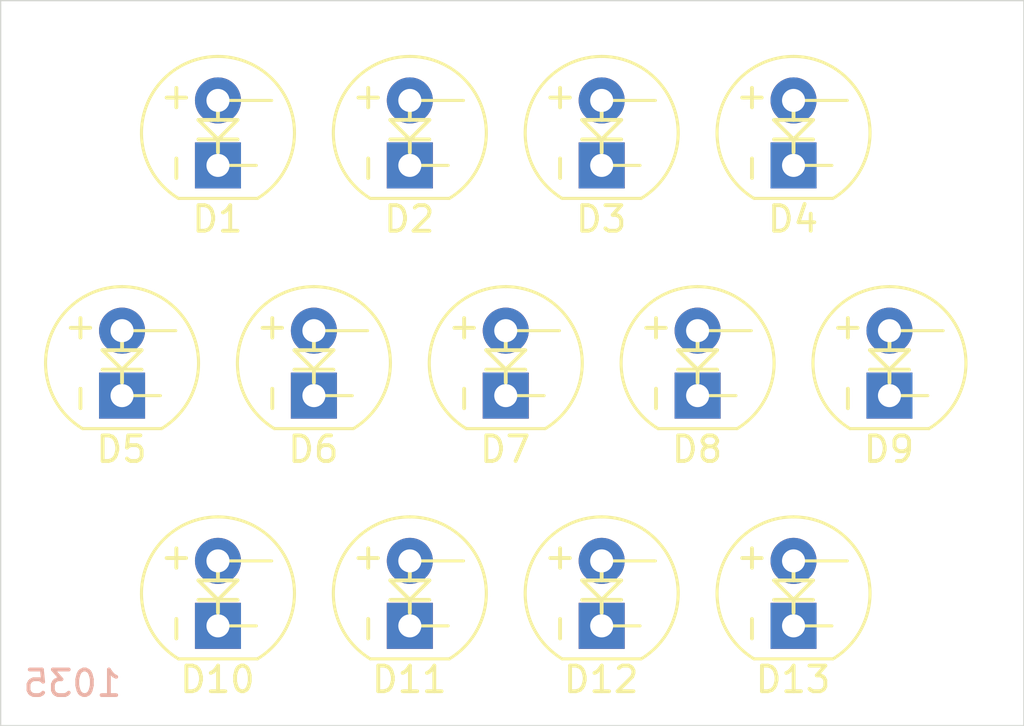
<source format=kicad_pcb>
(kicad_pcb (version 20171130) (host pcbnew "(5.1.5)-3")

  (general
    (thickness 1.6)
    (drawings 5)
    (tracks 0)
    (zones 0)
    (modules 13)
    (nets 27)
  )

  (page A4)
  (layers
    (0 F.Cu signal)
    (31 B.Cu signal)
    (32 B.Adhes user)
    (33 F.Adhes user)
    (34 B.Paste user)
    (35 F.Paste user)
    (36 B.SilkS user)
    (37 F.SilkS user)
    (38 B.Mask user)
    (39 F.Mask user)
    (40 Dwgs.User user)
    (41 Cmts.User user)
    (42 Eco1.User user)
    (43 Eco2.User user)
    (44 Edge.Cuts user)
    (45 Margin user)
    (46 B.CrtYd user)
    (47 F.CrtYd user)
    (48 B.Fab user)
    (49 F.Fab user)
  )

  (setup
    (last_trace_width 0.25)
    (trace_clearance 0.2)
    (zone_clearance 0.508)
    (zone_45_only no)
    (trace_min 0.2)
    (via_size 0.8)
    (via_drill 0.4)
    (via_min_size 0.4)
    (via_min_drill 0.3)
    (uvia_size 0.3)
    (uvia_drill 0.1)
    (uvias_allowed no)
    (uvia_min_size 0.2)
    (uvia_min_drill 0.1)
    (edge_width 0.05)
    (segment_width 0.2)
    (pcb_text_width 0.3)
    (pcb_text_size 1.5 1.5)
    (mod_edge_width 0.12)
    (mod_text_size 1 1)
    (mod_text_width 0.15)
    (pad_size 1.524 1.524)
    (pad_drill 0.762)
    (pad_to_mask_clearance 0.051)
    (solder_mask_min_width 0.25)
    (aux_axis_origin 0 0)
    (visible_elements 7FFFFFFF)
    (pcbplotparams
      (layerselection 0x010fc_ffffffff)
      (usegerberextensions false)
      (usegerberattributes false)
      (usegerberadvancedattributes false)
      (creategerberjobfile false)
      (excludeedgelayer true)
      (linewidth 0.100000)
      (plotframeref false)
      (viasonmask false)
      (mode 1)
      (useauxorigin false)
      (hpglpennumber 1)
      (hpglpenspeed 20)
      (hpglpendiameter 15.000000)
      (psnegative false)
      (psa4output false)
      (plotreference true)
      (plotvalue true)
      (plotinvisibletext false)
      (padsonsilk false)
      (subtractmaskfromsilk false)
      (outputformat 1)
      (mirror false)
      (drillshape 1)
      (scaleselection 1)
      (outputdirectory ""))
  )

  (net 0 "")
  (net 1 "Net-(D1-Pad1)")
  (net 2 "Net-(D1-Pad2)")
  (net 3 "Net-(D2-Pad1)")
  (net 4 "Net-(D2-Pad2)")
  (net 5 "Net-(D3-Pad2)")
  (net 6 "Net-(D3-Pad1)")
  (net 7 "Net-(D4-Pad2)")
  (net 8 "Net-(D4-Pad1)")
  (net 9 "Net-(D5-Pad2)")
  (net 10 "Net-(D5-Pad1)")
  (net 11 "Net-(D6-Pad1)")
  (net 12 "Net-(D6-Pad2)")
  (net 13 "Net-(D7-Pad1)")
  (net 14 "Net-(D7-Pad2)")
  (net 15 "Net-(D8-Pad1)")
  (net 16 "Net-(D8-Pad2)")
  (net 17 "Net-(D9-Pad2)")
  (net 18 "Net-(D9-Pad1)")
  (net 19 "Net-(D10-Pad2)")
  (net 20 "Net-(D10-Pad1)")
  (net 21 "Net-(D11-Pad2)")
  (net 22 "Net-(D11-Pad1)")
  (net 23 "Net-(D12-Pad1)")
  (net 24 "Net-(D12-Pad2)")
  (net 25 "Net-(D13-Pad1)")
  (net 26 "Net-(D13-Pad2)")

  (net_class Default "This is the default net class."
    (clearance 0.2)
    (trace_width 0.25)
    (via_dia 0.8)
    (via_drill 0.4)
    (uvia_dia 0.3)
    (uvia_drill 0.1)
    (add_net "Net-(D1-Pad1)")
    (add_net "Net-(D1-Pad2)")
    (add_net "Net-(D10-Pad1)")
    (add_net "Net-(D10-Pad2)")
    (add_net "Net-(D11-Pad1)")
    (add_net "Net-(D11-Pad2)")
    (add_net "Net-(D12-Pad1)")
    (add_net "Net-(D12-Pad2)")
    (add_net "Net-(D13-Pad1)")
    (add_net "Net-(D13-Pad2)")
    (add_net "Net-(D2-Pad1)")
    (add_net "Net-(D2-Pad2)")
    (add_net "Net-(D3-Pad1)")
    (add_net "Net-(D3-Pad2)")
    (add_net "Net-(D4-Pad1)")
    (add_net "Net-(D4-Pad2)")
    (add_net "Net-(D5-Pad1)")
    (add_net "Net-(D5-Pad2)")
    (add_net "Net-(D6-Pad1)")
    (add_net "Net-(D6-Pad2)")
    (add_net "Net-(D7-Pad1)")
    (add_net "Net-(D7-Pad2)")
    (add_net "Net-(D8-Pad1)")
    (add_net "Net-(D8-Pad2)")
    (add_net "Net-(D9-Pad1)")
    (add_net "Net-(D9-Pad2)")
  )

  (module "CCC-Schematic-Footprints:Schematic - LED 5mm(2.56P) 003" (layer F.Cu) (tedit 5D4CC2AF) (tstamp 5EAFD2AC)
    (at 88.75 91)
    (descr "LED, diameter 5.0mm, 2 pins, http://cdn-reichelt.de/documents/datenblatt/A500/LL-504BC2E-009.pdf")
    (tags "LED diameter 5.0mm 2 pins")
    (path /5EB0CD1C)
    (fp_text reference D1 (at -0.274 3.37 180) (layer F.SilkS)
      (effects (font (size 1 1) (thickness 0.15)))
    )
    (fp_text value LED (at 3.746 0 90) (layer F.Fab)
      (effects (font (size 1 1) (thickness 0.15)))
    )
    (fp_line (start -0.254 -0.508) (end -0.254 -1.016) (layer F.SilkS) (width 0.15))
    (fp_line (start -0.254 0.254) (end -0.254 0.762) (layer F.SilkS) (width 0.15))
    (fp_line (start -1.016 0.254) (end 0.508 0.254) (layer F.SilkS) (width 0.15))
    (fp_line (start -0.254 0.254) (end -1.016 -0.508) (layer F.SilkS) (width 0.15))
    (fp_line (start 0.508 -0.508) (end -0.254 0.254) (layer F.SilkS) (width 0.15))
    (fp_line (start -1.016 -0.508) (end 0.508 -0.508) (layer F.SilkS) (width 0.15))
    (fp_arc (start -0.254 0) (end -1.723694 2.5) (angle 299.1) (layer F.Fab) (width 0.1))
    (fp_arc (start -0.254 0) (end -1.79883 2.56) (angle 148.9) (layer F.SilkS) (width 0.12))
    (fp_arc (start -0.254 0) (end 1.29083 2.56) (angle -148.9) (layer F.SilkS) (width 0.12))
    (fp_line (start -1.723694 2.5) (end 1.215694 2.5) (layer F.Fab) (width 0.1))
    (fp_line (start -1.799 2.56) (end 1.291 2.56) (layer F.SilkS) (width 0.12))
    (fp_line (start -3.504 3.22) (end 2.996 3.22) (layer F.CrtYd) (width 0.05))
    (fp_line (start 2.996 3.22) (end 2.996 -3.23) (layer F.CrtYd) (width 0.05))
    (fp_line (start 2.996 -3.23) (end -3.504 -3.23) (layer F.CrtYd) (width 0.05))
    (fp_line (start -3.504 -3.23) (end -3.504 3.22) (layer F.CrtYd) (width 0.05))
    (fp_text user %R (at -0.254 0.02 90) (layer F.Fab)
      (effects (font (size 0.8 0.8) (thickness 0.2)))
    )
    (fp_text user "-  +" (at -1.954 0 90) (layer F.SilkS)
      (effects (font (size 1 1) (thickness 0.15)))
    )
    (fp_line (start -0.254 -1.27) (end 1.846 -1.27) (layer F.SilkS) (width 0.12))
    (fp_line (start -0.254 1.27) (end 1.246 1.27) (layer F.SilkS) (width 0.12))
    (pad 1 thru_hole rect (at -0.254 1.27 90) (size 1.8 1.8) (drill 0.9) (layers *.Cu *.Mask)
      (net 1 "Net-(D1-Pad1)"))
    (pad 2 thru_hole circle (at -0.254 -1.27 90) (size 1.8 1.8) (drill 0.9) (layers *.Cu *.Mask)
      (net 2 "Net-(D1-Pad2)"))
    (model ${KISYS3DMOD}/LED_THT.3dshapes/LED_D5.0mm.wrl
      (at (xyz 0 0 0))
      (scale (xyz 1 1 1))
      (rotate (xyz 0 0 0))
    )
  )

  (module "CCC-Schematic-Footprints:Schematic - LED 5mm(2.56P) 003" (layer F.Cu) (tedit 5D4CC2AF) (tstamp 5EAFE203)
    (at 96.25 91)
    (descr "LED, diameter 5.0mm, 2 pins, http://cdn-reichelt.de/documents/datenblatt/A500/LL-504BC2E-009.pdf")
    (tags "LED diameter 5.0mm 2 pins")
    (path /5EB0A2B4)
    (fp_text reference D2 (at -0.274 3.37 180) (layer F.SilkS)
      (effects (font (size 1 1) (thickness 0.15)))
    )
    (fp_text value LED (at 3.746 0 90) (layer F.Fab)
      (effects (font (size 1 1) (thickness 0.15)))
    )
    (fp_line (start -0.254 -0.508) (end -0.254 -1.016) (layer F.SilkS) (width 0.15))
    (fp_line (start -0.254 0.254) (end -0.254 0.762) (layer F.SilkS) (width 0.15))
    (fp_line (start -1.016 0.254) (end 0.508 0.254) (layer F.SilkS) (width 0.15))
    (fp_line (start -0.254 0.254) (end -1.016 -0.508) (layer F.SilkS) (width 0.15))
    (fp_line (start 0.508 -0.508) (end -0.254 0.254) (layer F.SilkS) (width 0.15))
    (fp_line (start -1.016 -0.508) (end 0.508 -0.508) (layer F.SilkS) (width 0.15))
    (fp_arc (start -0.254 0) (end -1.723694 2.5) (angle 299.1) (layer F.Fab) (width 0.1))
    (fp_arc (start -0.254 0) (end -1.79883 2.56) (angle 148.9) (layer F.SilkS) (width 0.12))
    (fp_arc (start -0.254 0) (end 1.29083 2.56) (angle -148.9) (layer F.SilkS) (width 0.12))
    (fp_line (start -1.723694 2.5) (end 1.215694 2.5) (layer F.Fab) (width 0.1))
    (fp_line (start -1.799 2.56) (end 1.291 2.56) (layer F.SilkS) (width 0.12))
    (fp_line (start -3.504 3.22) (end 2.996 3.22) (layer F.CrtYd) (width 0.05))
    (fp_line (start 2.996 3.22) (end 2.996 -3.23) (layer F.CrtYd) (width 0.05))
    (fp_line (start 2.996 -3.23) (end -3.504 -3.23) (layer F.CrtYd) (width 0.05))
    (fp_line (start -3.504 -3.23) (end -3.504 3.22) (layer F.CrtYd) (width 0.05))
    (fp_text user %R (at -0.254 0.02 90) (layer F.Fab)
      (effects (font (size 0.8 0.8) (thickness 0.2)))
    )
    (fp_text user "-  +" (at -1.954 0 90) (layer F.SilkS)
      (effects (font (size 1 1) (thickness 0.15)))
    )
    (fp_line (start -0.254 -1.27) (end 1.846 -1.27) (layer F.SilkS) (width 0.12))
    (fp_line (start -0.254 1.27) (end 1.246 1.27) (layer F.SilkS) (width 0.12))
    (pad 1 thru_hole rect (at -0.254 1.27 90) (size 1.8 1.8) (drill 0.9) (layers *.Cu *.Mask)
      (net 3 "Net-(D2-Pad1)"))
    (pad 2 thru_hole circle (at -0.254 -1.27 90) (size 1.8 1.8) (drill 0.9) (layers *.Cu *.Mask)
      (net 4 "Net-(D2-Pad2)"))
    (model ${KISYS3DMOD}/LED_THT.3dshapes/LED_D5.0mm.wrl
      (at (xyz 0 0 0))
      (scale (xyz 1 1 1))
      (rotate (xyz 0 0 0))
    )
  )

  (module "CCC-Schematic-Footprints:Schematic - LED 5mm(2.56P) 003" (layer F.Cu) (tedit 5D4CC2AF) (tstamp 5EAFD2DE)
    (at 103.75 91)
    (descr "LED, diameter 5.0mm, 2 pins, http://cdn-reichelt.de/documents/datenblatt/A500/LL-504BC2E-009.pdf")
    (tags "LED diameter 5.0mm 2 pins")
    (path /5EB13AAC)
    (fp_text reference D3 (at -0.274 3.37 180) (layer F.SilkS)
      (effects (font (size 1 1) (thickness 0.15)))
    )
    (fp_text value LED (at 3.746 0 90) (layer F.Fab)
      (effects (font (size 1 1) (thickness 0.15)))
    )
    (fp_line (start -0.254 1.27) (end 1.246 1.27) (layer F.SilkS) (width 0.12))
    (fp_line (start -0.254 -1.27) (end 1.846 -1.27) (layer F.SilkS) (width 0.12))
    (fp_text user "-  +" (at -1.954 0 90) (layer F.SilkS)
      (effects (font (size 1 1) (thickness 0.15)))
    )
    (fp_text user %R (at -0.254 0.02 90) (layer F.Fab)
      (effects (font (size 0.8 0.8) (thickness 0.2)))
    )
    (fp_line (start -3.504 -3.23) (end -3.504 3.22) (layer F.CrtYd) (width 0.05))
    (fp_line (start 2.996 -3.23) (end -3.504 -3.23) (layer F.CrtYd) (width 0.05))
    (fp_line (start 2.996 3.22) (end 2.996 -3.23) (layer F.CrtYd) (width 0.05))
    (fp_line (start -3.504 3.22) (end 2.996 3.22) (layer F.CrtYd) (width 0.05))
    (fp_line (start -1.799 2.56) (end 1.291 2.56) (layer F.SilkS) (width 0.12))
    (fp_line (start -1.723694 2.5) (end 1.215694 2.5) (layer F.Fab) (width 0.1))
    (fp_arc (start -0.254 0) (end 1.29083 2.56) (angle -148.9) (layer F.SilkS) (width 0.12))
    (fp_arc (start -0.254 0) (end -1.79883 2.56) (angle 148.9) (layer F.SilkS) (width 0.12))
    (fp_arc (start -0.254 0) (end -1.723694 2.5) (angle 299.1) (layer F.Fab) (width 0.1))
    (fp_line (start -1.016 -0.508) (end 0.508 -0.508) (layer F.SilkS) (width 0.15))
    (fp_line (start 0.508 -0.508) (end -0.254 0.254) (layer F.SilkS) (width 0.15))
    (fp_line (start -0.254 0.254) (end -1.016 -0.508) (layer F.SilkS) (width 0.15))
    (fp_line (start -1.016 0.254) (end 0.508 0.254) (layer F.SilkS) (width 0.15))
    (fp_line (start -0.254 0.254) (end -0.254 0.762) (layer F.SilkS) (width 0.15))
    (fp_line (start -0.254 -0.508) (end -0.254 -1.016) (layer F.SilkS) (width 0.15))
    (pad 2 thru_hole circle (at -0.254 -1.27 90) (size 1.8 1.8) (drill 0.9) (layers *.Cu *.Mask)
      (net 5 "Net-(D3-Pad2)"))
    (pad 1 thru_hole rect (at -0.254 1.27 90) (size 1.8 1.8) (drill 0.9) (layers *.Cu *.Mask)
      (net 6 "Net-(D3-Pad1)"))
    (model ${KISYS3DMOD}/LED_THT.3dshapes/LED_D5.0mm.wrl
      (at (xyz 0 0 0))
      (scale (xyz 1 1 1))
      (rotate (xyz 0 0 0))
    )
  )

  (module "CCC-Schematic-Footprints:Schematic - LED 5mm(2.56P) 003" (layer F.Cu) (tedit 5D4CC2AF) (tstamp 5EAFD2F7)
    (at 111.25 91)
    (descr "LED, diameter 5.0mm, 2 pins, http://cdn-reichelt.de/documents/datenblatt/A500/LL-504BC2E-009.pdf")
    (tags "LED diameter 5.0mm 2 pins")
    (path /5EB11ABE)
    (fp_text reference D4 (at -0.274 3.37 180) (layer F.SilkS)
      (effects (font (size 1 1) (thickness 0.15)))
    )
    (fp_text value LED (at 3.746 0 90) (layer F.Fab)
      (effects (font (size 1 1) (thickness 0.15)))
    )
    (fp_line (start -0.254 1.27) (end 1.246 1.27) (layer F.SilkS) (width 0.12))
    (fp_line (start -0.254 -1.27) (end 1.846 -1.27) (layer F.SilkS) (width 0.12))
    (fp_text user "-  +" (at -1.954 0 90) (layer F.SilkS)
      (effects (font (size 1 1) (thickness 0.15)))
    )
    (fp_text user %R (at -0.254 0.02 90) (layer F.Fab)
      (effects (font (size 0.8 0.8) (thickness 0.2)))
    )
    (fp_line (start -3.504 -3.23) (end -3.504 3.22) (layer F.CrtYd) (width 0.05))
    (fp_line (start 2.996 -3.23) (end -3.504 -3.23) (layer F.CrtYd) (width 0.05))
    (fp_line (start 2.996 3.22) (end 2.996 -3.23) (layer F.CrtYd) (width 0.05))
    (fp_line (start -3.504 3.22) (end 2.996 3.22) (layer F.CrtYd) (width 0.05))
    (fp_line (start -1.799 2.56) (end 1.291 2.56) (layer F.SilkS) (width 0.12))
    (fp_line (start -1.723694 2.5) (end 1.215694 2.5) (layer F.Fab) (width 0.1))
    (fp_arc (start -0.254 0) (end 1.29083 2.56) (angle -148.9) (layer F.SilkS) (width 0.12))
    (fp_arc (start -0.254 0) (end -1.79883 2.56) (angle 148.9) (layer F.SilkS) (width 0.12))
    (fp_arc (start -0.254 0) (end -1.723694 2.5) (angle 299.1) (layer F.Fab) (width 0.1))
    (fp_line (start -1.016 -0.508) (end 0.508 -0.508) (layer F.SilkS) (width 0.15))
    (fp_line (start 0.508 -0.508) (end -0.254 0.254) (layer F.SilkS) (width 0.15))
    (fp_line (start -0.254 0.254) (end -1.016 -0.508) (layer F.SilkS) (width 0.15))
    (fp_line (start -1.016 0.254) (end 0.508 0.254) (layer F.SilkS) (width 0.15))
    (fp_line (start -0.254 0.254) (end -0.254 0.762) (layer F.SilkS) (width 0.15))
    (fp_line (start -0.254 -0.508) (end -0.254 -1.016) (layer F.SilkS) (width 0.15))
    (pad 2 thru_hole circle (at -0.254 -1.27 90) (size 1.8 1.8) (drill 0.9) (layers *.Cu *.Mask)
      (net 7 "Net-(D4-Pad2)"))
    (pad 1 thru_hole rect (at -0.254 1.27 90) (size 1.8 1.8) (drill 0.9) (layers *.Cu *.Mask)
      (net 8 "Net-(D4-Pad1)"))
    (model ${KISYS3DMOD}/LED_THT.3dshapes/LED_D5.0mm.wrl
      (at (xyz 0 0 0))
      (scale (xyz 1 1 1))
      (rotate (xyz 0 0 0))
    )
  )

  (module "CCC-Schematic-Footprints:Schematic - LED 5mm(2.56P) 003" (layer F.Cu) (tedit 5D4CC2AF) (tstamp 5EAFDF14)
    (at 85 100)
    (descr "LED, diameter 5.0mm, 2 pins, http://cdn-reichelt.de/documents/datenblatt/A500/LL-504BC2E-009.pdf")
    (tags "LED diameter 5.0mm 2 pins")
    (path /5EB0C6CC)
    (fp_text reference D5 (at -0.274 3.37 180) (layer F.SilkS)
      (effects (font (size 1 1) (thickness 0.15)))
    )
    (fp_text value LED (at 3.746 0 90) (layer F.Fab)
      (effects (font (size 1 1) (thickness 0.15)))
    )
    (fp_line (start -0.254 1.27) (end 1.246 1.27) (layer F.SilkS) (width 0.12))
    (fp_line (start -0.254 -1.27) (end 1.846 -1.27) (layer F.SilkS) (width 0.12))
    (fp_text user "-  +" (at -1.954 0 90) (layer F.SilkS)
      (effects (font (size 1 1) (thickness 0.15)))
    )
    (fp_text user %R (at -0.254 0.02 90) (layer F.Fab)
      (effects (font (size 0.8 0.8) (thickness 0.2)))
    )
    (fp_line (start -3.504 -3.23) (end -3.504 3.22) (layer F.CrtYd) (width 0.05))
    (fp_line (start 2.996 -3.23) (end -3.504 -3.23) (layer F.CrtYd) (width 0.05))
    (fp_line (start 2.996 3.22) (end 2.996 -3.23) (layer F.CrtYd) (width 0.05))
    (fp_line (start -3.504 3.22) (end 2.996 3.22) (layer F.CrtYd) (width 0.05))
    (fp_line (start -1.799 2.56) (end 1.291 2.56) (layer F.SilkS) (width 0.12))
    (fp_line (start -1.723694 2.5) (end 1.215694 2.5) (layer F.Fab) (width 0.1))
    (fp_arc (start -0.254 0) (end 1.29083 2.56) (angle -148.9) (layer F.SilkS) (width 0.12))
    (fp_arc (start -0.254 0) (end -1.79883 2.56) (angle 148.9) (layer F.SilkS) (width 0.12))
    (fp_arc (start -0.254 0) (end -1.723694 2.5) (angle 299.1) (layer F.Fab) (width 0.1))
    (fp_line (start -1.016 -0.508) (end 0.508 -0.508) (layer F.SilkS) (width 0.15))
    (fp_line (start 0.508 -0.508) (end -0.254 0.254) (layer F.SilkS) (width 0.15))
    (fp_line (start -0.254 0.254) (end -1.016 -0.508) (layer F.SilkS) (width 0.15))
    (fp_line (start -1.016 0.254) (end 0.508 0.254) (layer F.SilkS) (width 0.15))
    (fp_line (start -0.254 0.254) (end -0.254 0.762) (layer F.SilkS) (width 0.15))
    (fp_line (start -0.254 -0.508) (end -0.254 -1.016) (layer F.SilkS) (width 0.15))
    (pad 2 thru_hole circle (at -0.254 -1.27 90) (size 1.8 1.8) (drill 0.9) (layers *.Cu *.Mask)
      (net 9 "Net-(D5-Pad2)"))
    (pad 1 thru_hole rect (at -0.254 1.27 90) (size 1.8 1.8) (drill 0.9) (layers *.Cu *.Mask)
      (net 10 "Net-(D5-Pad1)"))
    (model ${KISYS3DMOD}/LED_THT.3dshapes/LED_D5.0mm.wrl
      (at (xyz 0 0 0))
      (scale (xyz 1 1 1))
      (rotate (xyz 0 0 0))
    )
  )

  (module "CCC-Schematic-Footprints:Schematic - LED 5mm(2.56P) 003" (layer F.Cu) (tedit 5D4CC2AF) (tstamp 5EAFD329)
    (at 92.5 100)
    (descr "LED, diameter 5.0mm, 2 pins, http://cdn-reichelt.de/documents/datenblatt/A500/LL-504BC2E-009.pdf")
    (tags "LED diameter 5.0mm 2 pins")
    (path /5EB13AB2)
    (fp_text reference D6 (at -0.274 3.37 180) (layer F.SilkS)
      (effects (font (size 1 1) (thickness 0.15)))
    )
    (fp_text value LED (at 3.746 0 90) (layer F.Fab)
      (effects (font (size 1 1) (thickness 0.15)))
    )
    (fp_line (start -0.254 -0.508) (end -0.254 -1.016) (layer F.SilkS) (width 0.15))
    (fp_line (start -0.254 0.254) (end -0.254 0.762) (layer F.SilkS) (width 0.15))
    (fp_line (start -1.016 0.254) (end 0.508 0.254) (layer F.SilkS) (width 0.15))
    (fp_line (start -0.254 0.254) (end -1.016 -0.508) (layer F.SilkS) (width 0.15))
    (fp_line (start 0.508 -0.508) (end -0.254 0.254) (layer F.SilkS) (width 0.15))
    (fp_line (start -1.016 -0.508) (end 0.508 -0.508) (layer F.SilkS) (width 0.15))
    (fp_arc (start -0.254 0) (end -1.723694 2.5) (angle 299.1) (layer F.Fab) (width 0.1))
    (fp_arc (start -0.254 0) (end -1.79883 2.56) (angle 148.9) (layer F.SilkS) (width 0.12))
    (fp_arc (start -0.254 0) (end 1.29083 2.56) (angle -148.9) (layer F.SilkS) (width 0.12))
    (fp_line (start -1.723694 2.5) (end 1.215694 2.5) (layer F.Fab) (width 0.1))
    (fp_line (start -1.799 2.56) (end 1.291 2.56) (layer F.SilkS) (width 0.12))
    (fp_line (start -3.504 3.22) (end 2.996 3.22) (layer F.CrtYd) (width 0.05))
    (fp_line (start 2.996 3.22) (end 2.996 -3.23) (layer F.CrtYd) (width 0.05))
    (fp_line (start 2.996 -3.23) (end -3.504 -3.23) (layer F.CrtYd) (width 0.05))
    (fp_line (start -3.504 -3.23) (end -3.504 3.22) (layer F.CrtYd) (width 0.05))
    (fp_text user %R (at -0.254 0.02 90) (layer F.Fab)
      (effects (font (size 0.8 0.8) (thickness 0.2)))
    )
    (fp_text user "-  +" (at -1.954 0 90) (layer F.SilkS)
      (effects (font (size 1 1) (thickness 0.15)))
    )
    (fp_line (start -0.254 -1.27) (end 1.846 -1.27) (layer F.SilkS) (width 0.12))
    (fp_line (start -0.254 1.27) (end 1.246 1.27) (layer F.SilkS) (width 0.12))
    (pad 1 thru_hole rect (at -0.254 1.27 90) (size 1.8 1.8) (drill 0.9) (layers *.Cu *.Mask)
      (net 11 "Net-(D6-Pad1)"))
    (pad 2 thru_hole circle (at -0.254 -1.27 90) (size 1.8 1.8) (drill 0.9) (layers *.Cu *.Mask)
      (net 12 "Net-(D6-Pad2)"))
    (model ${KISYS3DMOD}/LED_THT.3dshapes/LED_D5.0mm.wrl
      (at (xyz 0 0 0))
      (scale (xyz 1 1 1))
      (rotate (xyz 0 0 0))
    )
  )

  (module "CCC-Schematic-Footprints:Schematic - LED 5mm(2.56P) 003" (layer F.Cu) (tedit 5D4CC2AF) (tstamp 5EAFD342)
    (at 100 100)
    (descr "LED, diameter 5.0mm, 2 pins, http://cdn-reichelt.de/documents/datenblatt/A500/LL-504BC2E-009.pdf")
    (tags "LED diameter 5.0mm 2 pins")
    (path /5EB11AC4)
    (fp_text reference D7 (at -0.274 3.37 180) (layer F.SilkS)
      (effects (font (size 1 1) (thickness 0.15)))
    )
    (fp_text value LED (at 3.746 0 90) (layer F.Fab)
      (effects (font (size 1 1) (thickness 0.15)))
    )
    (fp_line (start -0.254 -0.508) (end -0.254 -1.016) (layer F.SilkS) (width 0.15))
    (fp_line (start -0.254 0.254) (end -0.254 0.762) (layer F.SilkS) (width 0.15))
    (fp_line (start -1.016 0.254) (end 0.508 0.254) (layer F.SilkS) (width 0.15))
    (fp_line (start -0.254 0.254) (end -1.016 -0.508) (layer F.SilkS) (width 0.15))
    (fp_line (start 0.508 -0.508) (end -0.254 0.254) (layer F.SilkS) (width 0.15))
    (fp_line (start -1.016 -0.508) (end 0.508 -0.508) (layer F.SilkS) (width 0.15))
    (fp_arc (start -0.254 0) (end -1.723694 2.5) (angle 299.1) (layer F.Fab) (width 0.1))
    (fp_arc (start -0.254 0) (end -1.79883 2.56) (angle 148.9) (layer F.SilkS) (width 0.12))
    (fp_arc (start -0.254 0) (end 1.29083 2.56) (angle -148.9) (layer F.SilkS) (width 0.12))
    (fp_line (start -1.723694 2.5) (end 1.215694 2.5) (layer F.Fab) (width 0.1))
    (fp_line (start -1.799 2.56) (end 1.291 2.56) (layer F.SilkS) (width 0.12))
    (fp_line (start -3.504 3.22) (end 2.996 3.22) (layer F.CrtYd) (width 0.05))
    (fp_line (start 2.996 3.22) (end 2.996 -3.23) (layer F.CrtYd) (width 0.05))
    (fp_line (start 2.996 -3.23) (end -3.504 -3.23) (layer F.CrtYd) (width 0.05))
    (fp_line (start -3.504 -3.23) (end -3.504 3.22) (layer F.CrtYd) (width 0.05))
    (fp_text user %R (at -0.254 0.02 90) (layer F.Fab)
      (effects (font (size 0.8 0.8) (thickness 0.2)))
    )
    (fp_text user "-  +" (at -1.954 0 90) (layer F.SilkS)
      (effects (font (size 1 1) (thickness 0.15)))
    )
    (fp_line (start -0.254 -1.27) (end 1.846 -1.27) (layer F.SilkS) (width 0.12))
    (fp_line (start -0.254 1.27) (end 1.246 1.27) (layer F.SilkS) (width 0.12))
    (pad 1 thru_hole rect (at -0.254 1.27 90) (size 1.8 1.8) (drill 0.9) (layers *.Cu *.Mask)
      (net 13 "Net-(D7-Pad1)"))
    (pad 2 thru_hole circle (at -0.254 -1.27 90) (size 1.8 1.8) (drill 0.9) (layers *.Cu *.Mask)
      (net 14 "Net-(D7-Pad2)"))
    (model ${KISYS3DMOD}/LED_THT.3dshapes/LED_D5.0mm.wrl
      (at (xyz 0 0 0))
      (scale (xyz 1 1 1))
      (rotate (xyz 0 0 0))
    )
  )

  (module "CCC-Schematic-Footprints:Schematic - LED 5mm(2.56P) 003" (layer F.Cu) (tedit 5D4CC2AF) (tstamp 5EAFD35B)
    (at 107.5 100)
    (descr "LED, diameter 5.0mm, 2 pins, http://cdn-reichelt.de/documents/datenblatt/A500/LL-504BC2E-009.pdf")
    (tags "LED diameter 5.0mm 2 pins")
    (path /5EB0CA39)
    (fp_text reference D8 (at -0.274 3.37 180) (layer F.SilkS)
      (effects (font (size 1 1) (thickness 0.15)))
    )
    (fp_text value LED (at 3.746 0 90) (layer F.Fab)
      (effects (font (size 1 1) (thickness 0.15)))
    )
    (fp_line (start -0.254 -0.508) (end -0.254 -1.016) (layer F.SilkS) (width 0.15))
    (fp_line (start -0.254 0.254) (end -0.254 0.762) (layer F.SilkS) (width 0.15))
    (fp_line (start -1.016 0.254) (end 0.508 0.254) (layer F.SilkS) (width 0.15))
    (fp_line (start -0.254 0.254) (end -1.016 -0.508) (layer F.SilkS) (width 0.15))
    (fp_line (start 0.508 -0.508) (end -0.254 0.254) (layer F.SilkS) (width 0.15))
    (fp_line (start -1.016 -0.508) (end 0.508 -0.508) (layer F.SilkS) (width 0.15))
    (fp_arc (start -0.254 0) (end -1.723694 2.5) (angle 299.1) (layer F.Fab) (width 0.1))
    (fp_arc (start -0.254 0) (end -1.79883 2.56) (angle 148.9) (layer F.SilkS) (width 0.12))
    (fp_arc (start -0.254 0) (end 1.29083 2.56) (angle -148.9) (layer F.SilkS) (width 0.12))
    (fp_line (start -1.723694 2.5) (end 1.215694 2.5) (layer F.Fab) (width 0.1))
    (fp_line (start -1.799 2.56) (end 1.291 2.56) (layer F.SilkS) (width 0.12))
    (fp_line (start -3.504 3.22) (end 2.996 3.22) (layer F.CrtYd) (width 0.05))
    (fp_line (start 2.996 3.22) (end 2.996 -3.23) (layer F.CrtYd) (width 0.05))
    (fp_line (start 2.996 -3.23) (end -3.504 -3.23) (layer F.CrtYd) (width 0.05))
    (fp_line (start -3.504 -3.23) (end -3.504 3.22) (layer F.CrtYd) (width 0.05))
    (fp_text user %R (at -0.254 0.02 90) (layer F.Fab)
      (effects (font (size 0.8 0.8) (thickness 0.2)))
    )
    (fp_text user "-  +" (at -1.954 0 90) (layer F.SilkS)
      (effects (font (size 1 1) (thickness 0.15)))
    )
    (fp_line (start -0.254 -1.27) (end 1.846 -1.27) (layer F.SilkS) (width 0.12))
    (fp_line (start -0.254 1.27) (end 1.246 1.27) (layer F.SilkS) (width 0.12))
    (pad 1 thru_hole rect (at -0.254 1.27 90) (size 1.8 1.8) (drill 0.9) (layers *.Cu *.Mask)
      (net 15 "Net-(D8-Pad1)"))
    (pad 2 thru_hole circle (at -0.254 -1.27 90) (size 1.8 1.8) (drill 0.9) (layers *.Cu *.Mask)
      (net 16 "Net-(D8-Pad2)"))
    (model ${KISYS3DMOD}/LED_THT.3dshapes/LED_D5.0mm.wrl
      (at (xyz 0 0 0))
      (scale (xyz 1 1 1))
      (rotate (xyz 0 0 0))
    )
  )

  (module "CCC-Schematic-Footprints:Schematic - LED 5mm(2.56P) 003" (layer F.Cu) (tedit 5D4CC2AF) (tstamp 5EAFD374)
    (at 115 100)
    (descr "LED, diameter 5.0mm, 2 pins, http://cdn-reichelt.de/documents/datenblatt/A500/LL-504BC2E-009.pdf")
    (tags "LED diameter 5.0mm 2 pins")
    (path /5EB13AB8)
    (fp_text reference D9 (at -0.274 3.37 180) (layer F.SilkS)
      (effects (font (size 1 1) (thickness 0.15)))
    )
    (fp_text value LED (at 3.746 0 90) (layer F.Fab)
      (effects (font (size 1 1) (thickness 0.15)))
    )
    (fp_line (start -0.254 1.27) (end 1.246 1.27) (layer F.SilkS) (width 0.12))
    (fp_line (start -0.254 -1.27) (end 1.846 -1.27) (layer F.SilkS) (width 0.12))
    (fp_text user "-  +" (at -1.954 0 90) (layer F.SilkS)
      (effects (font (size 1 1) (thickness 0.15)))
    )
    (fp_text user %R (at -0.254 0.02 90) (layer F.Fab)
      (effects (font (size 0.8 0.8) (thickness 0.2)))
    )
    (fp_line (start -3.504 -3.23) (end -3.504 3.22) (layer F.CrtYd) (width 0.05))
    (fp_line (start 2.996 -3.23) (end -3.504 -3.23) (layer F.CrtYd) (width 0.05))
    (fp_line (start 2.996 3.22) (end 2.996 -3.23) (layer F.CrtYd) (width 0.05))
    (fp_line (start -3.504 3.22) (end 2.996 3.22) (layer F.CrtYd) (width 0.05))
    (fp_line (start -1.799 2.56) (end 1.291 2.56) (layer F.SilkS) (width 0.12))
    (fp_line (start -1.723694 2.5) (end 1.215694 2.5) (layer F.Fab) (width 0.1))
    (fp_arc (start -0.254 0) (end 1.29083 2.56) (angle -148.9) (layer F.SilkS) (width 0.12))
    (fp_arc (start -0.254 0) (end -1.79883 2.56) (angle 148.9) (layer F.SilkS) (width 0.12))
    (fp_arc (start -0.254 0) (end -1.723694 2.5) (angle 299.1) (layer F.Fab) (width 0.1))
    (fp_line (start -1.016 -0.508) (end 0.508 -0.508) (layer F.SilkS) (width 0.15))
    (fp_line (start 0.508 -0.508) (end -0.254 0.254) (layer F.SilkS) (width 0.15))
    (fp_line (start -0.254 0.254) (end -1.016 -0.508) (layer F.SilkS) (width 0.15))
    (fp_line (start -1.016 0.254) (end 0.508 0.254) (layer F.SilkS) (width 0.15))
    (fp_line (start -0.254 0.254) (end -0.254 0.762) (layer F.SilkS) (width 0.15))
    (fp_line (start -0.254 -0.508) (end -0.254 -1.016) (layer F.SilkS) (width 0.15))
    (pad 2 thru_hole circle (at -0.254 -1.27 90) (size 1.8 1.8) (drill 0.9) (layers *.Cu *.Mask)
      (net 17 "Net-(D9-Pad2)"))
    (pad 1 thru_hole rect (at -0.254 1.27 90) (size 1.8 1.8) (drill 0.9) (layers *.Cu *.Mask)
      (net 18 "Net-(D9-Pad1)"))
    (model ${KISYS3DMOD}/LED_THT.3dshapes/LED_D5.0mm.wrl
      (at (xyz 0 0 0))
      (scale (xyz 1 1 1))
      (rotate (xyz 0 0 0))
    )
  )

  (module "CCC-Schematic-Footprints:Schematic - LED 5mm(2.56P) 003" (layer F.Cu) (tedit 5D4CC2AF) (tstamp 5EAFD38D)
    (at 88.75 109)
    (descr "LED, diameter 5.0mm, 2 pins, http://cdn-reichelt.de/documents/datenblatt/A500/LL-504BC2E-009.pdf")
    (tags "LED diameter 5.0mm 2 pins")
    (path /5EB11ACA)
    (fp_text reference D10 (at -0.274 3.37 180) (layer F.SilkS)
      (effects (font (size 1 1) (thickness 0.15)))
    )
    (fp_text value LED (at 3.746 0 90) (layer F.Fab)
      (effects (font (size 1 1) (thickness 0.15)))
    )
    (fp_line (start -0.254 1.27) (end 1.246 1.27) (layer F.SilkS) (width 0.12))
    (fp_line (start -0.254 -1.27) (end 1.846 -1.27) (layer F.SilkS) (width 0.12))
    (fp_text user "-  +" (at -1.954 0 90) (layer F.SilkS)
      (effects (font (size 1 1) (thickness 0.15)))
    )
    (fp_text user %R (at -0.254 0.02 90) (layer F.Fab)
      (effects (font (size 0.8 0.8) (thickness 0.2)))
    )
    (fp_line (start -3.504 -3.23) (end -3.504 3.22) (layer F.CrtYd) (width 0.05))
    (fp_line (start 2.996 -3.23) (end -3.504 -3.23) (layer F.CrtYd) (width 0.05))
    (fp_line (start 2.996 3.22) (end 2.996 -3.23) (layer F.CrtYd) (width 0.05))
    (fp_line (start -3.504 3.22) (end 2.996 3.22) (layer F.CrtYd) (width 0.05))
    (fp_line (start -1.799 2.56) (end 1.291 2.56) (layer F.SilkS) (width 0.12))
    (fp_line (start -1.723694 2.5) (end 1.215694 2.5) (layer F.Fab) (width 0.1))
    (fp_arc (start -0.254 0) (end 1.29083 2.56) (angle -148.9) (layer F.SilkS) (width 0.12))
    (fp_arc (start -0.254 0) (end -1.79883 2.56) (angle 148.9) (layer F.SilkS) (width 0.12))
    (fp_arc (start -0.254 0) (end -1.723694 2.5) (angle 299.1) (layer F.Fab) (width 0.1))
    (fp_line (start -1.016 -0.508) (end 0.508 -0.508) (layer F.SilkS) (width 0.15))
    (fp_line (start 0.508 -0.508) (end -0.254 0.254) (layer F.SilkS) (width 0.15))
    (fp_line (start -0.254 0.254) (end -1.016 -0.508) (layer F.SilkS) (width 0.15))
    (fp_line (start -1.016 0.254) (end 0.508 0.254) (layer F.SilkS) (width 0.15))
    (fp_line (start -0.254 0.254) (end -0.254 0.762) (layer F.SilkS) (width 0.15))
    (fp_line (start -0.254 -0.508) (end -0.254 -1.016) (layer F.SilkS) (width 0.15))
    (pad 2 thru_hole circle (at -0.254 -1.27 90) (size 1.8 1.8) (drill 0.9) (layers *.Cu *.Mask)
      (net 19 "Net-(D10-Pad2)"))
    (pad 1 thru_hole rect (at -0.254 1.27 90) (size 1.8 1.8) (drill 0.9) (layers *.Cu *.Mask)
      (net 20 "Net-(D10-Pad1)"))
    (model ${KISYS3DMOD}/LED_THT.3dshapes/LED_D5.0mm.wrl
      (at (xyz 0 0 0))
      (scale (xyz 1 1 1))
      (rotate (xyz 0 0 0))
    )
  )

  (module "CCC-Schematic-Footprints:Schematic - LED 5mm(2.56P) 003" (layer F.Cu) (tedit 5D4CC2AF) (tstamp 5EAFD3A6)
    (at 96.25 109)
    (descr "LED, diameter 5.0mm, 2 pins, http://cdn-reichelt.de/documents/datenblatt/A500/LL-504BC2E-009.pdf")
    (tags "LED diameter 5.0mm 2 pins")
    (path /5EB0CCB9)
    (fp_text reference D11 (at -0.274 3.37 180) (layer F.SilkS)
      (effects (font (size 1 1) (thickness 0.15)))
    )
    (fp_text value LED (at 3.746 0 90) (layer F.Fab)
      (effects (font (size 1 1) (thickness 0.15)))
    )
    (fp_line (start -0.254 1.27) (end 1.246 1.27) (layer F.SilkS) (width 0.12))
    (fp_line (start -0.254 -1.27) (end 1.846 -1.27) (layer F.SilkS) (width 0.12))
    (fp_text user "-  +" (at -1.954 0 90) (layer F.SilkS)
      (effects (font (size 1 1) (thickness 0.15)))
    )
    (fp_text user %R (at -0.254 0.02 90) (layer F.Fab)
      (effects (font (size 0.8 0.8) (thickness 0.2)))
    )
    (fp_line (start -3.504 -3.23) (end -3.504 3.22) (layer F.CrtYd) (width 0.05))
    (fp_line (start 2.996 -3.23) (end -3.504 -3.23) (layer F.CrtYd) (width 0.05))
    (fp_line (start 2.996 3.22) (end 2.996 -3.23) (layer F.CrtYd) (width 0.05))
    (fp_line (start -3.504 3.22) (end 2.996 3.22) (layer F.CrtYd) (width 0.05))
    (fp_line (start -1.799 2.56) (end 1.291 2.56) (layer F.SilkS) (width 0.12))
    (fp_line (start -1.723694 2.5) (end 1.215694 2.5) (layer F.Fab) (width 0.1))
    (fp_arc (start -0.254 0) (end 1.29083 2.56) (angle -148.9) (layer F.SilkS) (width 0.12))
    (fp_arc (start -0.254 0) (end -1.79883 2.56) (angle 148.9) (layer F.SilkS) (width 0.12))
    (fp_arc (start -0.254 0) (end -1.723694 2.5) (angle 299.1) (layer F.Fab) (width 0.1))
    (fp_line (start -1.016 -0.508) (end 0.508 -0.508) (layer F.SilkS) (width 0.15))
    (fp_line (start 0.508 -0.508) (end -0.254 0.254) (layer F.SilkS) (width 0.15))
    (fp_line (start -0.254 0.254) (end -1.016 -0.508) (layer F.SilkS) (width 0.15))
    (fp_line (start -1.016 0.254) (end 0.508 0.254) (layer F.SilkS) (width 0.15))
    (fp_line (start -0.254 0.254) (end -0.254 0.762) (layer F.SilkS) (width 0.15))
    (fp_line (start -0.254 -0.508) (end -0.254 -1.016) (layer F.SilkS) (width 0.15))
    (pad 2 thru_hole circle (at -0.254 -1.27 90) (size 1.8 1.8) (drill 0.9) (layers *.Cu *.Mask)
      (net 21 "Net-(D11-Pad2)"))
    (pad 1 thru_hole rect (at -0.254 1.27 90) (size 1.8 1.8) (drill 0.9) (layers *.Cu *.Mask)
      (net 22 "Net-(D11-Pad1)"))
    (model ${KISYS3DMOD}/LED_THT.3dshapes/LED_D5.0mm.wrl
      (at (xyz 0 0 0))
      (scale (xyz 1 1 1))
      (rotate (xyz 0 0 0))
    )
  )

  (module "CCC-Schematic-Footprints:Schematic - LED 5mm(2.56P) 003" (layer F.Cu) (tedit 5D4CC2AF) (tstamp 5EAFD3BF)
    (at 103.75 109)
    (descr "LED, diameter 5.0mm, 2 pins, http://cdn-reichelt.de/documents/datenblatt/A500/LL-504BC2E-009.pdf")
    (tags "LED diameter 5.0mm 2 pins")
    (path /5EB13ABE)
    (fp_text reference D12 (at -0.274 3.37 180) (layer F.SilkS)
      (effects (font (size 1 1) (thickness 0.15)))
    )
    (fp_text value LED (at 3.746 0 90) (layer F.Fab)
      (effects (font (size 1 1) (thickness 0.15)))
    )
    (fp_line (start -0.254 -0.508) (end -0.254 -1.016) (layer F.SilkS) (width 0.15))
    (fp_line (start -0.254 0.254) (end -0.254 0.762) (layer F.SilkS) (width 0.15))
    (fp_line (start -1.016 0.254) (end 0.508 0.254) (layer F.SilkS) (width 0.15))
    (fp_line (start -0.254 0.254) (end -1.016 -0.508) (layer F.SilkS) (width 0.15))
    (fp_line (start 0.508 -0.508) (end -0.254 0.254) (layer F.SilkS) (width 0.15))
    (fp_line (start -1.016 -0.508) (end 0.508 -0.508) (layer F.SilkS) (width 0.15))
    (fp_arc (start -0.254 0) (end -1.723694 2.5) (angle 299.1) (layer F.Fab) (width 0.1))
    (fp_arc (start -0.254 0) (end -1.79883 2.56) (angle 148.9) (layer F.SilkS) (width 0.12))
    (fp_arc (start -0.254 0) (end 1.29083 2.56) (angle -148.9) (layer F.SilkS) (width 0.12))
    (fp_line (start -1.723694 2.5) (end 1.215694 2.5) (layer F.Fab) (width 0.1))
    (fp_line (start -1.799 2.56) (end 1.291 2.56) (layer F.SilkS) (width 0.12))
    (fp_line (start -3.504 3.22) (end 2.996 3.22) (layer F.CrtYd) (width 0.05))
    (fp_line (start 2.996 3.22) (end 2.996 -3.23) (layer F.CrtYd) (width 0.05))
    (fp_line (start 2.996 -3.23) (end -3.504 -3.23) (layer F.CrtYd) (width 0.05))
    (fp_line (start -3.504 -3.23) (end -3.504 3.22) (layer F.CrtYd) (width 0.05))
    (fp_text user %R (at -0.254 0.02 90) (layer F.Fab)
      (effects (font (size 0.8 0.8) (thickness 0.2)))
    )
    (fp_text user "-  +" (at -1.954 0 90) (layer F.SilkS)
      (effects (font (size 1 1) (thickness 0.15)))
    )
    (fp_line (start -0.254 -1.27) (end 1.846 -1.27) (layer F.SilkS) (width 0.12))
    (fp_line (start -0.254 1.27) (end 1.246 1.27) (layer F.SilkS) (width 0.12))
    (pad 1 thru_hole rect (at -0.254 1.27 90) (size 1.8 1.8) (drill 0.9) (layers *.Cu *.Mask)
      (net 23 "Net-(D12-Pad1)"))
    (pad 2 thru_hole circle (at -0.254 -1.27 90) (size 1.8 1.8) (drill 0.9) (layers *.Cu *.Mask)
      (net 24 "Net-(D12-Pad2)"))
    (model ${KISYS3DMOD}/LED_THT.3dshapes/LED_D5.0mm.wrl
      (at (xyz 0 0 0))
      (scale (xyz 1 1 1))
      (rotate (xyz 0 0 0))
    )
  )

  (module "CCC-Schematic-Footprints:Schematic - LED 5mm(2.56P) 003" (layer F.Cu) (tedit 5D4CC2AF) (tstamp 5EAFD3D8)
    (at 111.25 109)
    (descr "LED, diameter 5.0mm, 2 pins, http://cdn-reichelt.de/documents/datenblatt/A500/LL-504BC2E-009.pdf")
    (tags "LED diameter 5.0mm 2 pins")
    (path /5EB11AD0)
    (fp_text reference D13 (at -0.274 3.37 180) (layer F.SilkS)
      (effects (font (size 1 1) (thickness 0.15)))
    )
    (fp_text value LED (at 3.746 0 90) (layer F.Fab)
      (effects (font (size 1 1) (thickness 0.15)))
    )
    (fp_line (start -0.254 -0.508) (end -0.254 -1.016) (layer F.SilkS) (width 0.15))
    (fp_line (start -0.254 0.254) (end -0.254 0.762) (layer F.SilkS) (width 0.15))
    (fp_line (start -1.016 0.254) (end 0.508 0.254) (layer F.SilkS) (width 0.15))
    (fp_line (start -0.254 0.254) (end -1.016 -0.508) (layer F.SilkS) (width 0.15))
    (fp_line (start 0.508 -0.508) (end -0.254 0.254) (layer F.SilkS) (width 0.15))
    (fp_line (start -1.016 -0.508) (end 0.508 -0.508) (layer F.SilkS) (width 0.15))
    (fp_arc (start -0.254 0) (end -1.723694 2.5) (angle 299.1) (layer F.Fab) (width 0.1))
    (fp_arc (start -0.254 0) (end -1.79883 2.56) (angle 148.9) (layer F.SilkS) (width 0.12))
    (fp_arc (start -0.254 0) (end 1.29083 2.56) (angle -148.9) (layer F.SilkS) (width 0.12))
    (fp_line (start -1.723694 2.5) (end 1.215694 2.5) (layer F.Fab) (width 0.1))
    (fp_line (start -1.799 2.56) (end 1.291 2.56) (layer F.SilkS) (width 0.12))
    (fp_line (start -3.504 3.22) (end 2.996 3.22) (layer F.CrtYd) (width 0.05))
    (fp_line (start 2.996 3.22) (end 2.996 -3.23) (layer F.CrtYd) (width 0.05))
    (fp_line (start 2.996 -3.23) (end -3.504 -3.23) (layer F.CrtYd) (width 0.05))
    (fp_line (start -3.504 -3.23) (end -3.504 3.22) (layer F.CrtYd) (width 0.05))
    (fp_text user %R (at -0.254 0.02 90) (layer F.Fab)
      (effects (font (size 0.8 0.8) (thickness 0.2)))
    )
    (fp_text user "-  +" (at -1.954 0 90) (layer F.SilkS)
      (effects (font (size 1 1) (thickness 0.15)))
    )
    (fp_line (start -0.254 -1.27) (end 1.846 -1.27) (layer F.SilkS) (width 0.12))
    (fp_line (start -0.254 1.27) (end 1.246 1.27) (layer F.SilkS) (width 0.12))
    (pad 1 thru_hole rect (at -0.254 1.27 90) (size 1.8 1.8) (drill 0.9) (layers *.Cu *.Mask)
      (net 25 "Net-(D13-Pad1)"))
    (pad 2 thru_hole circle (at -0.254 -1.27 90) (size 1.8 1.8) (drill 0.9) (layers *.Cu *.Mask)
      (net 26 "Net-(D13-Pad2)"))
    (model ${KISYS3DMOD}/LED_THT.3dshapes/LED_D5.0mm.wrl
      (at (xyz 0 0 0))
      (scale (xyz 1 1 1))
      (rotate (xyz 0 0 0))
    )
  )

  (gr_text 1035 (at 82.804 112.522) (layer B.SilkS)
    (effects (font (size 1 1) (thickness 0.15)) (justify mirror))
  )
  (gr_line (start 120 85.82895) (end 80 85.82895) (layer Edge.Cuts) (width 0.05))
  (gr_line (start 120 85.82895) (end 120 114.1711) (layer Edge.Cuts) (width 0.05))
  (gr_line (start 80 114.1711) (end 120 114.1711) (layer Edge.Cuts) (width 0.05))
  (gr_line (start 80 85.82895) (end 80 114.1711) (layer Edge.Cuts) (width 0.05))

)

</source>
